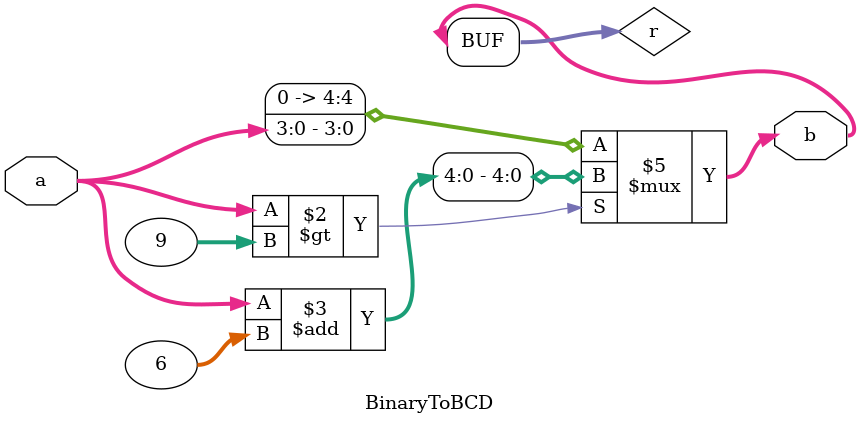
<source format=v>
module BinaryToBCD(a,b);
input [3:0]a;
output [4:0]b;
reg [4:0]r;
always@(a)
if(a>9)
r=a+6;
else
r=a;
assign b=r;
endmodule


</source>
